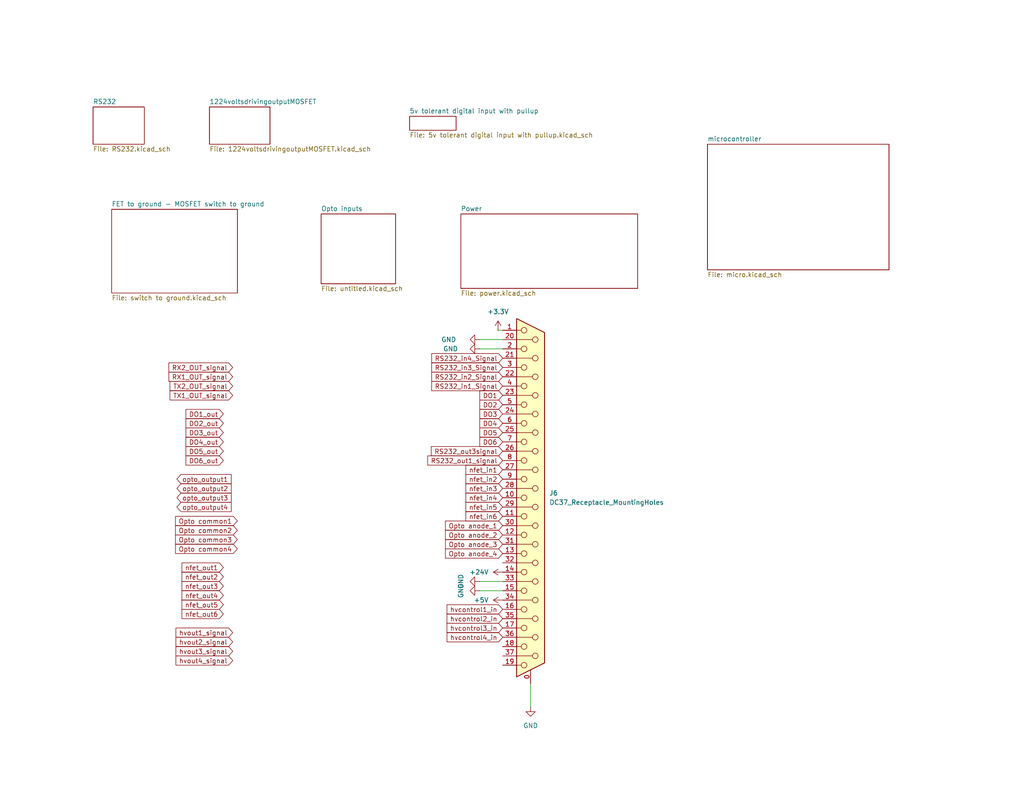
<source format=kicad_sch>
(kicad_sch
	(version 20231120)
	(generator "eeschema")
	(generator_version "8.0")
	(uuid "a8746ab6-0163-416c-99f9-0036ded73fc6")
	(paper "A")
	(lib_symbols
		(symbol "Connector:DC37_Receptacle_MountingHoles"
			(pin_names
				(offset 1.016) hide)
			(exclude_from_sim no)
			(in_bom yes)
			(on_board yes)
			(property "Reference" "J"
				(at 0 52.07 0)
				(effects
					(font
						(size 1.27 1.27)
					)
				)
			)
			(property "Value" "DC37_Receptacle_MountingHoles"
				(at 0 50.165 0)
				(effects
					(font
						(size 1.27 1.27)
					)
				)
			)
			(property "Footprint" ""
				(at 0 0 0)
				(effects
					(font
						(size 1.27 1.27)
					)
					(hide yes)
				)
			)
			(property "Datasheet" "~"
				(at 0 0 0)
				(effects
					(font
						(size 1.27 1.27)
					)
					(hide yes)
				)
			)
			(property "Description" "37-pin female receptacle socket D-SUB connector, Mounting Hole"
				(at 0 0 0)
				(effects
					(font
						(size 1.27 1.27)
					)
					(hide yes)
				)
			)
			(property "ki_keywords" "female receptacle D-SUB connector"
				(at 0 0 0)
				(effects
					(font
						(size 1.27 1.27)
					)
					(hide yes)
				)
			)
			(property "ki_fp_filters" "DSUB*Female*"
				(at 0 0 0)
				(effects
					(font
						(size 1.27 1.27)
					)
					(hide yes)
				)
			)
			(symbol "DC37_Receptacle_MountingHoles_0_1"
				(circle
					(center -1.778 -45.72)
					(radius 0.762)
					(stroke
						(width 0)
						(type default)
					)
					(fill
						(type none)
					)
				)
				(circle
					(center -1.778 -40.64)
					(radius 0.762)
					(stroke
						(width 0)
						(type default)
					)
					(fill
						(type none)
					)
				)
				(circle
					(center -1.778 -35.56)
					(radius 0.762)
					(stroke
						(width 0)
						(type default)
					)
					(fill
						(type none)
					)
				)
				(circle
					(center -1.778 -30.48)
					(radius 0.762)
					(stroke
						(width 0)
						(type default)
					)
					(fill
						(type none)
					)
				)
				(circle
					(center -1.778 -25.4)
					(radius 0.762)
					(stroke
						(width 0)
						(type default)
					)
					(fill
						(type none)
					)
				)
				(circle
					(center -1.778 -20.32)
					(radius 0.762)
					(stroke
						(width 0)
						(type default)
					)
					(fill
						(type none)
					)
				)
				(circle
					(center -1.778 -15.24)
					(radius 0.762)
					(stroke
						(width 0)
						(type default)
					)
					(fill
						(type none)
					)
				)
				(circle
					(center -1.778 -10.16)
					(radius 0.762)
					(stroke
						(width 0)
						(type default)
					)
					(fill
						(type none)
					)
				)
				(circle
					(center -1.778 -5.08)
					(radius 0.762)
					(stroke
						(width 0)
						(type default)
					)
					(fill
						(type none)
					)
				)
				(circle
					(center -1.778 0)
					(radius 0.762)
					(stroke
						(width 0)
						(type default)
					)
					(fill
						(type none)
					)
				)
				(circle
					(center -1.778 5.08)
					(radius 0.762)
					(stroke
						(width 0)
						(type default)
					)
					(fill
						(type none)
					)
				)
				(circle
					(center -1.778 10.16)
					(radius 0.762)
					(stroke
						(width 0)
						(type default)
					)
					(fill
						(type none)
					)
				)
				(circle
					(center -1.778 15.24)
					(radius 0.762)
					(stroke
						(width 0)
						(type default)
					)
					(fill
						(type none)
					)
				)
				(circle
					(center -1.778 20.32)
					(radius 0.762)
					(stroke
						(width 0)
						(type default)
					)
					(fill
						(type none)
					)
				)
				(circle
					(center -1.778 25.4)
					(radius 0.762)
					(stroke
						(width 0)
						(type default)
					)
					(fill
						(type none)
					)
				)
				(circle
					(center -1.778 30.48)
					(radius 0.762)
					(stroke
						(width 0)
						(type default)
					)
					(fill
						(type none)
					)
				)
				(circle
					(center -1.778 35.56)
					(radius 0.762)
					(stroke
						(width 0)
						(type default)
					)
					(fill
						(type none)
					)
				)
				(circle
					(center -1.778 40.64)
					(radius 0.762)
					(stroke
						(width 0)
						(type default)
					)
					(fill
						(type none)
					)
				)
				(circle
					(center -1.778 45.72)
					(radius 0.762)
					(stroke
						(width 0)
						(type default)
					)
					(fill
						(type none)
					)
				)
				(polyline
					(pts
						(xy -3.81 -45.72) (xy -2.54 -45.72)
					)
					(stroke
						(width 0)
						(type default)
					)
					(fill
						(type none)
					)
				)
				(polyline
					(pts
						(xy -3.81 -43.18) (xy 0.508 -43.18)
					)
					(stroke
						(width 0)
						(type default)
					)
					(fill
						(type none)
					)
				)
				(polyline
					(pts
						(xy -3.81 -40.64) (xy -2.54 -40.64)
					)
					(stroke
						(width 0)
						(type default)
					)
					(fill
						(type none)
					)
				)
				(polyline
					(pts
						(xy -3.81 -38.1) (xy 0.508 -38.1)
					)
					(stroke
						(width 0)
						(type default)
					)
					(fill
						(type none)
					)
				)
				(polyline
					(pts
						(xy -3.81 -35.56) (xy -2.54 -35.56)
					)
					(stroke
						(width 0)
						(type default)
					)
					(fill
						(type none)
					)
				)
				(polyline
					(pts
						(xy -3.81 -33.02) (xy 0.508 -33.02)
					)
					(stroke
						(width 0)
						(type default)
					)
					(fill
						(type none)
					)
				)
				(polyline
					(pts
						(xy -3.81 -30.48) (xy -2.54 -30.48)
					)
					(stroke
						(width 0)
						(type default)
					)
					(fill
						(type none)
					)
				)
				(polyline
					(pts
						(xy -3.81 -27.94) (xy 0.508 -27.94)
					)
					(stroke
						(width 0)
						(type default)
					)
					(fill
						(type none)
					)
				)
				(polyline
					(pts
						(xy -3.81 -25.4) (xy -2.54 -25.4)
					)
					(stroke
						(width 0)
						(type default)
					)
					(fill
						(type none)
					)
				)
				(polyline
					(pts
						(xy -3.81 -22.86) (xy 0.508 -22.86)
					)
					(stroke
						(width 0)
						(type default)
					)
					(fill
						(type none)
					)
				)
				(polyline
					(pts
						(xy -3.81 -20.32) (xy -2.54 -20.32)
					)
					(stroke
						(width 0)
						(type default)
					)
					(fill
						(type none)
					)
				)
				(polyline
					(pts
						(xy -3.81 -17.78) (xy 0.508 -17.78)
					)
					(stroke
						(width 0)
						(type default)
					)
					(fill
						(type none)
					)
				)
				(polyline
					(pts
						(xy -3.81 -15.24) (xy -2.54 -15.24)
					)
					(stroke
						(width 0)
						(type default)
					)
					(fill
						(type none)
					)
				)
				(polyline
					(pts
						(xy -3.81 -12.7) (xy 0.508 -12.7)
					)
					(stroke
						(width 0)
						(type default)
					)
					(fill
						(type none)
					)
				)
				(polyline
					(pts
						(xy -3.81 -10.16) (xy -2.54 -10.16)
					)
					(stroke
						(width 0)
						(type default)
					)
					(fill
						(type none)
					)
				)
				(polyline
					(pts
						(xy -3.81 -7.62) (xy 0.508 -7.62)
					)
					(stroke
						(width 0)
						(type default)
					)
					(fill
						(type none)
					)
				)
				(polyline
					(pts
						(xy -3.81 -5.08) (xy -2.54 -5.08)
					)
					(stroke
						(width 0)
						(type default)
					)
					(fill
						(type none)
					)
				)
				(polyline
					(pts
						(xy -3.81 -2.54) (xy 0.508 -2.54)
					)
					(stroke
						(width 0)
						(type default)
					)
					(fill
						(type none)
					)
				)
				(polyline
					(pts
						(xy -3.81 0) (xy -2.54 0)
					)
					(stroke
						(width 0)
						(type default)
					)
					(fill
						(type none)
					)
				)
				(polyline
					(pts
						(xy -3.81 2.54) (xy 0.508 2.54)
					)
					(stroke
						(width 0)
						(type default)
					)
					(fill
						(type none)
					)
				)
				(polyline
					(pts
						(xy -3.81 5.08) (xy -2.54 5.08)
					)
					(stroke
						(width 0)
						(type default)
					)
					(fill
						(type none)
					)
				)
				(polyline
					(pts
						(xy -3.81 7.62) (xy 0.508 7.62)
					)
					(stroke
						(width 0)
						(type default)
					)
					(fill
						(type none)
					)
				)
				(polyline
					(pts
						(xy -3.81 10.16) (xy -2.54 10.16)
					)
					(stroke
						(width 0)
						(type default)
					)
					(fill
						(type none)
					)
				)
				(polyline
					(pts
						(xy -3.81 12.7) (xy 0.508 12.7)
					)
					(stroke
						(width 0)
						(type default)
					)
					(fill
						(type none)
					)
				)
				(polyline
					(pts
						(xy -3.81 15.24) (xy -2.54 15.24)
					)
					(stroke
						(width 0)
						(type default)
					)
					(fill
						(type none)
					)
				)
				(polyline
					(pts
						(xy -3.81 17.78) (xy 0.508 17.78)
					)
					(stroke
						(width 0)
						(type default)
					)
					(fill
						(type none)
					)
				)
				(polyline
					(pts
						(xy -3.81 20.32) (xy -2.54 20.32)
					)
					(stroke
						(width 0)
						(type default)
					)
					(fill
						(type none)
					)
				)
				(polyline
					(pts
						(xy -3.81 22.86) (xy 0.508 22.86)
					)
					(stroke
						(width 0)
						(type default)
					)
					(fill
						(type none)
					)
				)
				(polyline
					(pts
						(xy -3.81 25.4) (xy -2.54 25.4)
					)
					(stroke
						(width 0)
						(type default)
					)
					(fill
						(type none)
					)
				)
				(polyline
					(pts
						(xy -3.81 27.94) (xy 0.508 27.94)
					)
					(stroke
						(width 0)
						(type default)
					)
					(fill
						(type none)
					)
				)
				(polyline
					(pts
						(xy -3.81 30.48) (xy -2.54 30.48)
					)
					(stroke
						(width 0)
						(type default)
					)
					(fill
						(type none)
					)
				)
				(polyline
					(pts
						(xy -3.81 33.02) (xy 0.508 33.02)
					)
					(stroke
						(width 0)
						(type default)
					)
					(fill
						(type none)
					)
				)
				(polyline
					(pts
						(xy -3.81 35.56) (xy -2.54 35.56)
					)
					(stroke
						(width 0)
						(type default)
					)
					(fill
						(type none)
					)
				)
				(polyline
					(pts
						(xy -3.81 38.1) (xy 0.508 38.1)
					)
					(stroke
						(width 0)
						(type default)
					)
					(fill
						(type none)
					)
				)
				(polyline
					(pts
						(xy -3.81 40.64) (xy -2.54 40.64)
					)
					(stroke
						(width 0)
						(type default)
					)
					(fill
						(type none)
					)
				)
				(polyline
					(pts
						(xy -3.81 43.18) (xy 0.508 43.18)
					)
					(stroke
						(width 0)
						(type default)
					)
					(fill
						(type none)
					)
				)
				(polyline
					(pts
						(xy -3.81 45.72) (xy -2.54 45.72)
					)
					(stroke
						(width 0)
						(type default)
					)
					(fill
						(type none)
					)
				)
				(polyline
					(pts
						(xy -3.81 -48.895) (xy 3.81 -45.085) (xy 3.81 45.085) (xy -3.81 48.895) (xy -3.81 -48.895)
					)
					(stroke
						(width 0.254)
						(type default)
					)
					(fill
						(type background)
					)
				)
				(circle
					(center 1.27 -43.18)
					(radius 0.762)
					(stroke
						(width 0)
						(type default)
					)
					(fill
						(type none)
					)
				)
				(circle
					(center 1.27 -38.1)
					(radius 0.762)
					(stroke
						(width 0)
						(type default)
					)
					(fill
						(type none)
					)
				)
				(circle
					(center 1.27 -33.02)
					(radius 0.762)
					(stroke
						(width 0)
						(type default)
					)
					(fill
						(type none)
					)
				)
				(circle
					(center 1.27 -27.94)
					(radius 0.762)
					(stroke
						(width 0)
						(type default)
					)
					(fill
						(type none)
					)
				)
				(circle
					(center 1.27 -22.86)
					(radius 0.762)
					(stroke
						(width 0)
						(type default)
					)
					(fill
						(type none)
					)
				)
				(circle
					(center 1.27 -17.78)
					(radius 0.762)
					(stroke
						(width 0)
						(type default)
					)
					(fill
						(type none)
					)
				)
				(circle
					(center 1.27 -12.7)
					(radius 0.762)
					(stroke
						(width 0)
						(type default)
					)
					(fill
						(type none)
					)
				)
				(circle
					(center 1.27 -7.62)
					(radius 0.762)
					(stroke
						(width 0)
						(type default)
					)
					(fill
						(type none)
					)
				)
				(circle
					(center 1.27 -2.54)
					(radius 0.762)
					(stroke
						(width 0)
						(type default)
					)
					(fill
						(type none)
					)
				)
				(circle
					(center 1.27 2.54)
					(radius 0.762)
					(stroke
						(width 0)
						(type default)
					)
					(fill
						(type none)
					)
				)
				(circle
					(center 1.27 7.62)
					(radius 0.762)
					(stroke
						(width 0)
						(type default)
					)
					(fill
						(type none)
					)
				)
				(circle
					(center 1.27 12.7)
					(radius 0.762)
					(stroke
						(width 0)
						(type default)
					)
					(fill
						(type none)
					)
				)
				(circle
					(center 1.27 17.78)
					(radius 0.762)
					(stroke
						(width 0)
						(type default)
					)
					(fill
						(type none)
					)
				)
				(circle
					(center 1.27 22.86)
					(radius 0.762)
					(stroke
						(width 0)
						(type default)
					)
					(fill
						(type none)
					)
				)
				(circle
					(center 1.27 27.94)
					(radius 0.762)
					(stroke
						(width 0)
						(type default)
					)
					(fill
						(type none)
					)
				)
				(circle
					(center 1.27 33.02)
					(radius 0.762)
					(stroke
						(width 0)
						(type default)
					)
					(fill
						(type none)
					)
				)
				(circle
					(center 1.27 38.1)
					(radius 0.762)
					(stroke
						(width 0)
						(type default)
					)
					(fill
						(type none)
					)
				)
				(circle
					(center 1.27 43.18)
					(radius 0.762)
					(stroke
						(width 0)
						(type default)
					)
					(fill
						(type none)
					)
				)
			)
			(symbol "DC37_Receptacle_MountingHoles_1_1"
				(pin passive line
					(at 0 -50.8 90)
					(length 3.81)
					(name "PAD"
						(effects
							(font
								(size 1.27 1.27)
							)
						)
					)
					(number "0"
						(effects
							(font
								(size 1.27 1.27)
							)
						)
					)
				)
				(pin passive line
					(at -7.62 45.72 0)
					(length 3.81)
					(name "1"
						(effects
							(font
								(size 1.27 1.27)
							)
						)
					)
					(number "1"
						(effects
							(font
								(size 1.27 1.27)
							)
						)
					)
				)
				(pin passive line
					(at -7.62 0 0)
					(length 3.81)
					(name "10"
						(effects
							(font
								(size 1.27 1.27)
							)
						)
					)
					(number "10"
						(effects
							(font
								(size 1.27 1.27)
							)
						)
					)
				)
				(pin passive line
					(at -7.62 -5.08 0)
					(length 3.81)
					(name "11"
						(effects
							(font
								(size 1.27 1.27)
							)
						)
					)
					(number "11"
						(effects
							(font
								(size 1.27 1.27)
							)
						)
					)
				)
				(pin passive line
					(at -7.62 -10.16 0)
					(length 3.81)
					(name "12"
						(effects
							(font
								(size 1.27 1.27)
							)
						)
					)
					(number "12"
						(effects
							(font
								(size 1.27 1.27)
							)
						)
					)
				)
				(pin passive line
					(at -7.62 -15.24 0)
					(length 3.81)
					(name "13"
						(effects
							(font
								(size 1.27 1.27)
							)
						)
					)
					(number "13"
						(effects
							(font
								(size 1.27 1.27)
							)
						)
					)
				)
				(pin passive line
					(at -7.62 -20.32 0)
					(length 3.81)
					(name "14"
						(effects
							(font
								(size 1.27 1.27)
							)
						)
					)
					(number "14"
						(effects
							(font
								(size 1.27 1.27)
							)
						)
					)
				)
				(pin passive line
					(at -7.62 -25.4 0)
					(length 3.81)
					(name "15"
						(effects
							(font
								(size 1.27 1.27)
							)
						)
					)
					(number "15"
						(effects
							(font
								(size 1.27 1.27)
							)
						)
					)
				)
				(pin passive line
					(at -7.62 -30.48 0)
					(length 3.81)
					(name "16"
						(effects
							(font
								(size 1.27 1.27)
							)
						)
					)
					(number "16"
						(effects
							(font
								(size 1.27 1.27)
							)
						)
					)
				)
				(pin passive line
					(at -7.62 -35.56 0)
					(length 3.81)
					(name "17"
						(effects
							(font
								(size 1.27 1.27)
							)
						)
					)
					(number "17"
						(effects
							(font
								(size 1.27 1.27)
							)
						)
					)
				)
				(pin passive line
					(at -7.62 -40.64 0)
					(length 3.81)
					(name "18"
						(effects
							(font
								(size 1.27 1.27)
							)
						)
					)
					(number "18"
						(effects
							(font
								(size 1.27 1.27)
							)
						)
					)
				)
				(pin passive line
					(at -7.62 -45.72 0)
					(length 3.81)
					(name "19"
						(effects
							(font
								(size 1.27 1.27)
							)
						)
					)
					(number "19"
						(effects
							(font
								(size 1.27 1.27)
							)
						)
					)
				)
				(pin passive line
					(at -7.62 40.64 0)
					(length 3.81)
					(name "2"
						(effects
							(font
								(size 1.27 1.27)
							)
						)
					)
					(number "2"
						(effects
							(font
								(size 1.27 1.27)
							)
						)
					)
				)
				(pin passive line
					(at -7.62 43.18 0)
					(length 3.81)
					(name "20"
						(effects
							(font
								(size 1.27 1.27)
							)
						)
					)
					(number "20"
						(effects
							(font
								(size 1.27 1.27)
							)
						)
					)
				)
				(pin passive line
					(at -7.62 38.1 0)
					(length 3.81)
					(name "21"
						(effects
							(font
								(size 1.27 1.27)
							)
						)
					)
					(number "21"
						(effects
							(font
								(size 1.27 1.27)
							)
						)
					)
				)
				(pin passive line
					(at -7.62 33.02 0)
					(length 3.81)
					(name "22"
						(effects
							(font
								(size 1.27 1.27)
							)
						)
					)
					(number "22"
						(effects
							(font
								(size 1.27 1.27)
							)
						)
					)
				)
				(pin passive line
					(at -7.62 27.94 0)
					(length 3.81)
					(name "23"
						(effects
							(font
								(size 1.27 1.27)
							)
						)
					)
					(number "23"
						(effects
							(font
								(size 1.27 1.27)
							)
						)
					)
				)
				(pin passive line
					(at -7.62 22.86 0)
					(length 3.81)
					(name "24"
						(effects
							(font
								(size 1.27 1.27)
							)
						)
					)
					(number "24"
						(effects
							(font
								(size 1.27 1.27)
							)
						)
					)
				)
				(pin passive line
					(at -7.62 17.78 0)
					(length 3.81)
					(name "25"
						(effects
							(font
								(size 1.27 1.27)
							)
						)
					)
					(number "25"
						(effects
							(font
								(size 1.27 1.27)
							)
						)
					)
				)
				(pin passive line
					(at -7.62 12.7 0)
					(length 3.81)
					(name "26"
						(effects
							(font
								(size 1.27 1.27)
							)
						)
					)
					(number "26"
						(effects
							(font
								(size 1.27 1.27)
							)
						)
					)
				)
				(pin passive line
					(at -7.62 7.62 0)
					(length 3.81)
					(name "27"
						(effects
							(font
								(size 1.27 1.27)
							)
						)
					)
					(number "27"
						(effects
							(font
								(size 1.27 1.27)
							)
						)
					)
				)
				(pin passive line
					(at -7.62 2.54 0)
					(length 3.81)
					(name "28"
						(effects
							(font
								(size 1.27 1.27)
							)
						)
					)
					(number "28"
						(effects
							(font
								(size 1.27 1.27)
							)
						)
					)
				)
				(pin passive line
					(at -7.62 -2.54 0)
					(length 3.81)
					(name "29"
						(effects
							(font
								(size 1.27 1.27)
							)
						)
					)
					(number "29"
						(effects
							(font
								(size 1.27 1.27)
							)
						)
					)
				)
				(pin passive line
					(at -7.62 35.56 0)
					(length 3.81)
					(name "3"
						(effects
							(font
								(size 1.27 1.27)
							)
						)
					)
					(number "3"
						(effects
							(font
								(size 1.27 1.27)
							)
						)
					)
				)
				(pin passive line
					(at -7.62 -7.62 0)
					(length 3.81)
					(name "30"
						(effects
							(font
								(size 1.27 1.27)
							)
						)
					)
					(number "30"
						(effects
							(font
								(size 1.27 1.27)
							)
						)
					)
				)
				(pin passive line
					(at -7.62 -12.7 0)
					(length 3.81)
					(name "31"
						(effects
							(font
								(size 1.27 1.27)
							)
						)
					)
					(number "31"
						(effects
							(font
								(size 1.27 1.27)
							)
						)
					)
				)
				(pin passive line
					(at -7.62 -17.78 0)
					(length 3.81)
					(name "32"
						(effects
							(font
								(size 1.27 1.27)
							)
						)
					)
					(number "32"
						(effects
							(font
								(size 1.27 1.27)
							)
						)
					)
				)
				(pin passive line
					(at -7.62 -22.86 0)
					(length 3.81)
					(name "33"
						(effects
							(font
								(size 1.27 1.27)
							)
						)
					)
					(number "33"
						(effects
							(font
								(size 1.27 1.27)
							)
						)
					)
				)
				(pin passive line
					(at -7.62 -27.94 0)
					(length 3.81)
					(name "34"
						(effects
							(font
								(size 1.27 1.27)
							)
						)
					)
					(number "34"
						(effects
							(font
								(size 1.27 1.27)
							)
						)
					)
				)
				(pin passive line
					(at -7.62 -33.02 0)
					(length 3.81)
					(name "35"
						(effects
							(font
								(size 1.27 1.27)
							)
						)
					)
					(number "35"
						(effects
							(font
								(size 1.27 1.27)
							)
						)
					)
				)
				(pin passive line
					(at -7.62 -38.1 0)
					(length 3.81)
					(name "36"
						(effects
							(font
								(size 1.27 1.27)
							)
						)
					)
					(number "36"
						(effects
							(font
								(size 1.27 1.27)
							)
						)
					)
				)
				(pin passive line
					(at -7.62 -43.18 0)
					(length 3.81)
					(name "37"
						(effects
							(font
								(size 1.27 1.27)
							)
						)
					)
					(number "37"
						(effects
							(font
								(size 1.27 1.27)
							)
						)
					)
				)
				(pin passive line
					(at -7.62 30.48 0)
					(length 3.81)
					(name "4"
						(effects
							(font
								(size 1.27 1.27)
							)
						)
					)
					(number "4"
						(effects
							(font
								(size 1.27 1.27)
							)
						)
					)
				)
				(pin passive line
					(at -7.62 25.4 0)
					(length 3.81)
					(name "5"
						(effects
							(font
								(size 1.27 1.27)
							)
						)
					)
					(number "5"
						(effects
							(font
								(size 1.27 1.27)
							)
						)
					)
				)
				(pin passive line
					(at -7.62 20.32 0)
					(length 3.81)
					(name "6"
						(effects
							(font
								(size 1.27 1.27)
							)
						)
					)
					(number "6"
						(effects
							(font
								(size 1.27 1.27)
							)
						)
					)
				)
				(pin passive line
					(at -7.62 15.24 0)
					(length 3.81)
					(name "7"
						(effects
							(font
								(size 1.27 1.27)
							)
						)
					)
					(number "7"
						(effects
							(font
								(size 1.27 1.27)
							)
						)
					)
				)
				(pin passive line
					(at -7.62 10.16 0)
					(length 3.81)
					(name "8"
						(effects
							(font
								(size 1.27 1.27)
							)
						)
					)
					(number "8"
						(effects
							(font
								(size 1.27 1.27)
							)
						)
					)
				)
				(pin passive line
					(at -7.62 5.08 0)
					(length 3.81)
					(name "9"
						(effects
							(font
								(size 1.27 1.27)
							)
						)
					)
					(number "9"
						(effects
							(font
								(size 1.27 1.27)
							)
						)
					)
				)
			)
		)
		(symbol "power:+24V"
			(power)
			(pin_numbers hide)
			(pin_names
				(offset 0) hide)
			(exclude_from_sim no)
			(in_bom yes)
			(on_board yes)
			(property "Reference" "#PWR"
				(at 0 -3.81 0)
				(effects
					(font
						(size 1.27 1.27)
					)
					(hide yes)
				)
			)
			(property "Value" "+24V"
				(at 0 3.556 0)
				(effects
					(font
						(size 1.27 1.27)
					)
				)
			)
			(property "Footprint" ""
				(at 0 0 0)
				(effects
					(font
						(size 1.27 1.27)
					)
					(hide yes)
				)
			)
			(property "Datasheet" ""
				(at 0 0 0)
				(effects
					(font
						(size 1.27 1.27)
					)
					(hide yes)
				)
			)
			(property "Description" "Power symbol creates a global label with name \"+24V\""
				(at 0 0 0)
				(effects
					(font
						(size 1.27 1.27)
					)
					(hide yes)
				)
			)
			(property "ki_keywords" "global power"
				(at 0 0 0)
				(effects
					(font
						(size 1.27 1.27)
					)
					(hide yes)
				)
			)
			(symbol "+24V_0_1"
				(polyline
					(pts
						(xy -0.762 1.27) (xy 0 2.54)
					)
					(stroke
						(width 0)
						(type default)
					)
					(fill
						(type none)
					)
				)
				(polyline
					(pts
						(xy 0 0) (xy 0 2.54)
					)
					(stroke
						(width 0)
						(type default)
					)
					(fill
						(type none)
					)
				)
				(polyline
					(pts
						(xy 0 2.54) (xy 0.762 1.27)
					)
					(stroke
						(width 0)
						(type default)
					)
					(fill
						(type none)
					)
				)
			)
			(symbol "+24V_1_1"
				(pin power_in line
					(at 0 0 90)
					(length 0)
					(name "~"
						(effects
							(font
								(size 1.27 1.27)
							)
						)
					)
					(number "1"
						(effects
							(font
								(size 1.27 1.27)
							)
						)
					)
				)
			)
		)
		(symbol "power:+3.3V"
			(power)
			(pin_numbers hide)
			(pin_names
				(offset 0) hide)
			(exclude_from_sim no)
			(in_bom yes)
			(on_board yes)
			(property "Reference" "#PWR"
				(at 0 -3.81 0)
				(effects
					(font
						(size 1.27 1.27)
					)
					(hide yes)
				)
			)
			(property "Value" "+3.3V"
				(at 0 3.556 0)
				(effects
					(font
						(size 1.27 1.27)
					)
				)
			)
			(property "Footprint" ""
				(at 0 0 0)
				(effects
					(font
						(size 1.27 1.27)
					)
					(hide yes)
				)
			)
			(property "Datasheet" ""
				(at 0 0 0)
				(effects
					(font
						(size 1.27 1.27)
					)
					(hide yes)
				)
			)
			(property "Description" "Power symbol creates a global label with name \"+3.3V\""
				(at 0 0 0)
				(effects
					(font
						(size 1.27 1.27)
					)
					(hide yes)
				)
			)
			(property "ki_keywords" "global power"
				(at 0 0 0)
				(effects
					(font
						(size 1.27 1.27)
					)
					(hide yes)
				)
			)
			(symbol "+3.3V_0_1"
				(polyline
					(pts
						(xy -0.762 1.27) (xy 0 2.54)
					)
					(stroke
						(width 0)
						(type default)
					)
					(fill
						(type none)
					)
				)
				(polyline
					(pts
						(xy 0 0) (xy 0 2.54)
					)
					(stroke
						(width 0)
						(type default)
					)
					(fill
						(type none)
					)
				)
				(polyline
					(pts
						(xy 0 2.54) (xy 0.762 1.27)
					)
					(stroke
						(width 0)
						(type default)
					)
					(fill
						(type none)
					)
				)
			)
			(symbol "+3.3V_1_1"
				(pin power_in line
					(at 0 0 90)
					(length 0)
					(name "~"
						(effects
							(font
								(size 1.27 1.27)
							)
						)
					)
					(number "1"
						(effects
							(font
								(size 1.27 1.27)
							)
						)
					)
				)
			)
		)
		(symbol "power:+5V"
			(power)
			(pin_numbers hide)
			(pin_names
				(offset 0) hide)
			(exclude_from_sim no)
			(in_bom yes)
			(on_board yes)
			(property "Reference" "#PWR"
				(at 0 -3.81 0)
				(effects
					(font
						(size 1.27 1.27)
					)
					(hide yes)
				)
			)
			(property "Value" "+5V"
				(at 0 3.556 0)
				(effects
					(font
						(size 1.27 1.27)
					)
				)
			)
			(property "Footprint" ""
				(at 0 0 0)
				(effects
					(font
						(size 1.27 1.27)
					)
					(hide yes)
				)
			)
			(property "Datasheet" ""
				(at 0 0 0)
				(effects
					(font
						(size 1.27 1.27)
					)
					(hide yes)
				)
			)
			(property "Description" "Power symbol creates a global label with name \"+5V\""
				(at 0 0 0)
				(effects
					(font
						(size 1.27 1.27)
					)
					(hide yes)
				)
			)
			(property "ki_keywords" "global power"
				(at 0 0 0)
				(effects
					(font
						(size 1.27 1.27)
					)
					(hide yes)
				)
			)
			(symbol "+5V_0_1"
				(polyline
					(pts
						(xy -0.762 1.27) (xy 0 2.54)
					)
					(stroke
						(width 0)
						(type default)
					)
					(fill
						(type none)
					)
				)
				(polyline
					(pts
						(xy 0 0) (xy 0 2.54)
					)
					(stroke
						(width 0)
						(type default)
					)
					(fill
						(type none)
					)
				)
				(polyline
					(pts
						(xy 0 2.54) (xy 0.762 1.27)
					)
					(stroke
						(width 0)
						(type default)
					)
					(fill
						(type none)
					)
				)
			)
			(symbol "+5V_1_1"
				(pin power_in line
					(at 0 0 90)
					(length 0)
					(name "~"
						(effects
							(font
								(size 1.27 1.27)
							)
						)
					)
					(number "1"
						(effects
							(font
								(size 1.27 1.27)
							)
						)
					)
				)
			)
		)
		(symbol "power:GND"
			(power)
			(pin_numbers hide)
			(pin_names
				(offset 0) hide)
			(exclude_from_sim no)
			(in_bom yes)
			(on_board yes)
			(property "Reference" "#PWR"
				(at 0 -6.35 0)
				(effects
					(font
						(size 1.27 1.27)
					)
					(hide yes)
				)
			)
			(property "Value" "GND"
				(at 0 -3.81 0)
				(effects
					(font
						(size 1.27 1.27)
					)
				)
			)
			(property "Footprint" ""
				(at 0 0 0)
				(effects
					(font
						(size 1.27 1.27)
					)
					(hide yes)
				)
			)
			(property "Datasheet" ""
				(at 0 0 0)
				(effects
					(font
						(size 1.27 1.27)
					)
					(hide yes)
				)
			)
			(property "Description" "Power symbol creates a global label with name \"GND\" , ground"
				(at 0 0 0)
				(effects
					(font
						(size 1.27 1.27)
					)
					(hide yes)
				)
			)
			(property "ki_keywords" "global power"
				(at 0 0 0)
				(effects
					(font
						(size 1.27 1.27)
					)
					(hide yes)
				)
			)
			(symbol "GND_0_1"
				(polyline
					(pts
						(xy 0 0) (xy 0 -1.27) (xy 1.27 -1.27) (xy 0 -2.54) (xy -1.27 -1.27) (xy 0 -1.27)
					)
					(stroke
						(width 0)
						(type default)
					)
					(fill
						(type none)
					)
				)
			)
			(symbol "GND_1_1"
				(pin power_in line
					(at 0 0 270)
					(length 0)
					(name "~"
						(effects
							(font
								(size 1.27 1.27)
							)
						)
					)
					(number "1"
						(effects
							(font
								(size 1.27 1.27)
							)
						)
					)
				)
			)
		)
	)
	(wire
		(pts
			(xy 137.16 92.71) (xy 130.81 92.71)
		)
		(stroke
			(width 0)
			(type default)
		)
		(uuid "1f85df64-f70a-4245-8d8b-65657e7df403")
	)
	(wire
		(pts
			(xy 137.16 161.29) (xy 130.81 161.29)
		)
		(stroke
			(width 0)
			(type default)
		)
		(uuid "5863e6a0-a95f-4a7e-87a4-b4d2b02762f0")
	)
	(wire
		(pts
			(xy 137.16 158.75) (xy 130.81 158.75)
		)
		(stroke
			(width 0)
			(type default)
		)
		(uuid "8183c4fc-908c-4f78-b3aa-d7a810a3c3a5")
	)
	(wire
		(pts
			(xy 135.89 90.17) (xy 137.16 90.17)
		)
		(stroke
			(width 0)
			(type default)
		)
		(uuid "c12ba287-6a74-4e99-9c9c-4eb9cc75d1dd")
	)
	(wire
		(pts
			(xy 144.78 186.69) (xy 144.78 193.04)
		)
		(stroke
			(width 0)
			(type default)
		)
		(uuid "d515402a-db1f-4c6a-8b83-e1f5166d7cfa")
	)
	(wire
		(pts
			(xy 137.16 95.25) (xy 130.81 95.25)
		)
		(stroke
			(width 0)
			(type default)
		)
		(uuid "eb73114a-23e1-433a-a4f2-1d7d5f59a59d")
	)
	(global_label "Opto common3"
		(shape input)
		(at 64.77 147.32 180)
		(fields_autoplaced yes)
		(effects
			(font
				(size 1.27 1.27)
			)
			(justify right)
		)
		(uuid "08ce5179-33ec-4c95-8c4f-054f19c55de3")
		(property "Intersheetrefs" "${INTERSHEET_REFS}"
			(at 47.3313 147.32 0)
			(effects
				(font
					(size 1.27 1.27)
				)
				(justify right)
				(hide yes)
			)
		)
	)
	(global_label "nfet_in5"
		(shape input)
		(at 137.16 138.43 180)
		(fields_autoplaced yes)
		(effects
			(font
				(size 1.27 1.27)
			)
			(justify right)
		)
		(uuid "10fcbdba-666a-4d15-8022-a13e7da01f2f")
		(property "Intersheetrefs" "${INTERSHEET_REFS}"
			(at 126.5549 138.43 0)
			(effects
				(font
					(size 1.27 1.27)
				)
				(justify right)
				(hide yes)
			)
		)
	)
	(global_label "RS232_in3_Signal"
		(shape input)
		(at 137.16 100.33 180)
		(fields_autoplaced yes)
		(effects
			(font
				(size 1.27 1.27)
			)
			(justify right)
		)
		(uuid "15fefe1f-e8bb-49c4-a610-fa74260dfd6e")
		(property "Intersheetrefs" "${INTERSHEET_REFS}"
			(at 117.2418 100.33 0)
			(effects
				(font
					(size 1.27 1.27)
				)
				(justify right)
				(hide yes)
			)
		)
	)
	(global_label "RS232_in1_Signal"
		(shape input)
		(at 137.16 105.41 180)
		(fields_autoplaced yes)
		(effects
			(font
				(size 1.27 1.27)
			)
			(justify right)
		)
		(uuid "1d3a1cf8-00c9-4ef5-bff3-2d59957cc590")
		(property "Intersheetrefs" "${INTERSHEET_REFS}"
			(at 117.2418 105.41 0)
			(effects
				(font
					(size 1.27 1.27)
				)
				(justify right)
				(hide yes)
			)
		)
	)
	(global_label "opto_output4"
		(shape input)
		(at 48.26 138.43 0)
		(fields_autoplaced yes)
		(effects
			(font
				(size 1.27 1.27)
			)
			(justify left)
		)
		(uuid "21d610db-27cb-4149-918d-57086d9af0cb")
		(property "Intersheetrefs" "${INTERSHEET_REFS}"
			(at 63.6424 138.43 0)
			(effects
				(font
					(size 1.27 1.27)
				)
				(justify left)
				(hide yes)
			)
		)
	)
	(global_label "DO5"
		(shape input)
		(at 137.16 118.11 180)
		(fields_autoplaced yes)
		(effects
			(font
				(size 1.27 1.27)
			)
			(justify right)
		)
		(uuid "221811c8-f6e1-4111-a580-43082057b813")
		(property "Intersheetrefs" "${INTERSHEET_REFS}"
			(at 130.3648 118.11 0)
			(effects
				(font
					(size 1.27 1.27)
				)
				(justify right)
				(hide yes)
			)
		)
	)
	(global_label "hvout3_signal"
		(shape input)
		(at 63.5 177.8 180)
		(fields_autoplaced yes)
		(effects
			(font
				(size 1.27 1.27)
			)
			(justify right)
		)
		(uuid "235d0c7e-652d-4c6a-bd95-8d6515897485")
		(property "Intersheetrefs" "${INTERSHEET_REFS}"
			(at 47.4523 177.8 0)
			(effects
				(font
					(size 1.27 1.27)
				)
				(justify right)
				(hide yes)
			)
		)
	)
	(global_label "opto_output2"
		(shape input)
		(at 48.26 133.35 0)
		(fields_autoplaced yes)
		(effects
			(font
				(size 1.27 1.27)
			)
			(justify left)
		)
		(uuid "26d92c75-a38d-4899-ac82-8b45196030fa")
		(property "Intersheetrefs" "${INTERSHEET_REFS}"
			(at 63.6424 133.35 0)
			(effects
				(font
					(size 1.27 1.27)
				)
				(justify left)
				(hide yes)
			)
		)
	)
	(global_label "nfet_out6"
		(shape input)
		(at 60.96 167.64 180)
		(fields_autoplaced yes)
		(effects
			(font
				(size 1.27 1.27)
			)
			(justify right)
		)
		(uuid "2a8b845f-7aed-486e-80de-52eabc4caa4b")
		(property "Intersheetrefs" "${INTERSHEET_REFS}"
			(at 49.085 167.64 0)
			(effects
				(font
					(size 1.27 1.27)
				)
				(justify right)
				(hide yes)
			)
		)
	)
	(global_label "nfet_in6"
		(shape input)
		(at 137.16 140.97 180)
		(fields_autoplaced yes)
		(effects
			(font
				(size 1.27 1.27)
			)
			(justify right)
		)
		(uuid "2d1ee401-1695-4c75-b50f-86337c2b12ea")
		(property "Intersheetrefs" "${INTERSHEET_REFS}"
			(at 126.5549 140.97 0)
			(effects
				(font
					(size 1.27 1.27)
				)
				(justify right)
				(hide yes)
			)
		)
	)
	(global_label "RS232_out3signal"
		(shape input)
		(at 137.16 123.19 180)
		(fields_autoplaced yes)
		(effects
			(font
				(size 1.27 1.27)
			)
			(justify right)
		)
		(uuid "339084de-016e-48a8-8440-a9e90368ed3a")
		(property "Intersheetrefs" "${INTERSHEET_REFS}"
			(at 117.1209 123.19 0)
			(effects
				(font
					(size 1.27 1.27)
				)
				(justify right)
				(hide yes)
			)
		)
	)
	(global_label "DO6"
		(shape input)
		(at 137.16 120.65 180)
		(fields_autoplaced yes)
		(effects
			(font
				(size 1.27 1.27)
			)
			(justify right)
		)
		(uuid "42b276b0-e4e9-47b7-a702-6529e721e244")
		(property "Intersheetrefs" "${INTERSHEET_REFS}"
			(at 130.3648 120.65 0)
			(effects
				(font
					(size 1.27 1.27)
				)
				(justify right)
				(hide yes)
			)
		)
	)
	(global_label "Opto anode_4"
		(shape input)
		(at 137.16 151.13 180)
		(fields_autoplaced yes)
		(effects
			(font
				(size 1.27 1.27)
			)
			(justify right)
		)
		(uuid "42dc9bc2-9106-4750-90ab-107917e82342")
		(property "Intersheetrefs" "${INTERSHEET_REFS}"
			(at 120.9913 151.13 0)
			(effects
				(font
					(size 1.27 1.27)
				)
				(justify right)
				(hide yes)
			)
		)
	)
	(global_label "DO1_out"
		(shape input)
		(at 60.96 113.03 180)
		(fields_autoplaced yes)
		(effects
			(font
				(size 1.27 1.27)
			)
			(justify right)
		)
		(uuid "43d99567-c6ca-41b0-a489-a974910794d2")
		(property "Intersheetrefs" "${INTERSHEET_REFS}"
			(at 50.1735 113.03 0)
			(effects
				(font
					(size 1.27 1.27)
				)
				(justify right)
				(hide yes)
			)
		)
	)
	(global_label "TX1_OUT_signal"
		(shape input)
		(at 63.5 107.95 180)
		(fields_autoplaced yes)
		(effects
			(font
				(size 1.27 1.27)
			)
			(justify right)
		)
		(uuid "47791d94-21e8-45b6-91e5-51cd9873135f")
		(property "Intersheetrefs" "${INTERSHEET_REFS}"
			(at 45.8193 107.95 0)
			(effects
				(font
					(size 1.27 1.27)
				)
				(justify right)
				(hide yes)
			)
		)
	)
	(global_label "Opto common4"
		(shape input)
		(at 64.77 149.86 180)
		(fields_autoplaced yes)
		(effects
			(font
				(size 1.27 1.27)
			)
			(justify right)
		)
		(uuid "4ca85619-9fd1-4ade-b5ed-848ed8e6ea54")
		(property "Intersheetrefs" "${INTERSHEET_REFS}"
			(at 47.3313 149.86 0)
			(effects
				(font
					(size 1.27 1.27)
				)
				(justify right)
				(hide yes)
			)
		)
	)
	(global_label "hvout4_signal"
		(shape input)
		(at 63.5 180.34 180)
		(fields_autoplaced yes)
		(effects
			(font
				(size 1.27 1.27)
			)
			(justify right)
		)
		(uuid "4db34caa-8bc5-4104-9128-4216dce88a10")
		(property "Intersheetrefs" "${INTERSHEET_REFS}"
			(at 47.4523 180.34 0)
			(effects
				(font
					(size 1.27 1.27)
				)
				(justify right)
				(hide yes)
			)
		)
	)
	(global_label "Opto common1"
		(shape input)
		(at 64.77 142.24 180)
		(fields_autoplaced yes)
		(effects
			(font
				(size 1.27 1.27)
			)
			(justify right)
		)
		(uuid "4f31864d-a290-46f4-beba-a977258d12e0")
		(property "Intersheetrefs" "${INTERSHEET_REFS}"
			(at 47.3313 142.24 0)
			(effects
				(font
					(size 1.27 1.27)
				)
				(justify right)
				(hide yes)
			)
		)
	)
	(global_label "nfet_out1"
		(shape input)
		(at 60.96 154.94 180)
		(fields_autoplaced yes)
		(effects
			(font
				(size 1.27 1.27)
			)
			(justify right)
		)
		(uuid "53abd776-d85b-40b6-a69f-0bfe06847965")
		(property "Intersheetrefs" "${INTERSHEET_REFS}"
			(at 49.085 154.94 0)
			(effects
				(font
					(size 1.27 1.27)
				)
				(justify right)
				(hide yes)
			)
		)
	)
	(global_label "Opto anode_1"
		(shape input)
		(at 137.16 143.51 180)
		(fields_autoplaced yes)
		(effects
			(font
				(size 1.27 1.27)
			)
			(justify right)
		)
		(uuid "54bebbd0-3c62-41e3-8d90-1643e0f7abc1")
		(property "Intersheetrefs" "${INTERSHEET_REFS}"
			(at 120.9913 143.51 0)
			(effects
				(font
					(size 1.27 1.27)
				)
				(justify right)
				(hide yes)
			)
		)
	)
	(global_label "nfet_out4"
		(shape input)
		(at 60.96 162.56 180)
		(fields_autoplaced yes)
		(effects
			(font
				(size 1.27 1.27)
			)
			(justify right)
		)
		(uuid "57b35b76-f9e6-41a0-ad54-ebdf6be4870b")
		(property "Intersheetrefs" "${INTERSHEET_REFS}"
			(at 49.085 162.56 0)
			(effects
				(font
					(size 1.27 1.27)
				)
				(justify right)
				(hide yes)
			)
		)
	)
	(global_label "nfet_out3"
		(shape input)
		(at 60.96 160.02 180)
		(fields_autoplaced yes)
		(effects
			(font
				(size 1.27 1.27)
			)
			(justify right)
		)
		(uuid "5a34a342-08df-4e14-89db-80d985102a55")
		(property "Intersheetrefs" "${INTERSHEET_REFS}"
			(at 49.085 160.02 0)
			(effects
				(font
					(size 1.27 1.27)
				)
				(justify right)
				(hide yes)
			)
		)
	)
	(global_label "nfet_in1"
		(shape input)
		(at 137.16 128.27 180)
		(fields_autoplaced yes)
		(effects
			(font
				(size 1.27 1.27)
			)
			(justify right)
		)
		(uuid "70f589b4-5139-4aa0-aeee-e48ed30e08fe")
		(property "Intersheetrefs" "${INTERSHEET_REFS}"
			(at 126.5549 128.27 0)
			(effects
				(font
					(size 1.27 1.27)
				)
				(justify right)
				(hide yes)
			)
		)
	)
	(global_label "Opto common2"
		(shape input)
		(at 64.77 144.78 180)
		(fields_autoplaced yes)
		(effects
			(font
				(size 1.27 1.27)
			)
			(justify right)
		)
		(uuid "75969538-8a56-407c-9c4f-cca321b1744f")
		(property "Intersheetrefs" "${INTERSHEET_REFS}"
			(at 47.3313 144.78 0)
			(effects
				(font
					(size 1.27 1.27)
				)
				(justify right)
				(hide yes)
			)
		)
	)
	(global_label "RS232_in2_Signal"
		(shape input)
		(at 137.16 102.87 180)
		(fields_autoplaced yes)
		(effects
			(font
				(size 1.27 1.27)
			)
			(justify right)
		)
		(uuid "779a5041-d1ac-4fb2-8742-2423a495f4fe")
		(property "Intersheetrefs" "${INTERSHEET_REFS}"
			(at 117.2418 102.87 0)
			(effects
				(font
					(size 1.27 1.27)
				)
				(justify right)
				(hide yes)
			)
		)
	)
	(global_label "DO4_out"
		(shape input)
		(at 60.96 120.65 180)
		(fields_autoplaced yes)
		(effects
			(font
				(size 1.27 1.27)
			)
			(justify right)
		)
		(uuid "7829b2b3-9441-4cd9-a4ce-27ee0d48f1d2")
		(property "Intersheetrefs" "${INTERSHEET_REFS}"
			(at 50.1735 120.65 0)
			(effects
				(font
					(size 1.27 1.27)
				)
				(justify right)
				(hide yes)
			)
		)
	)
	(global_label "DO2"
		(shape input)
		(at 137.16 110.49 180)
		(fields_autoplaced yes)
		(effects
			(font
				(size 1.27 1.27)
			)
			(justify right)
		)
		(uuid "79551592-ce4e-4b97-839a-91f54a62c8ca")
		(property "Intersheetrefs" "${INTERSHEET_REFS}"
			(at 130.3648 110.49 0)
			(effects
				(font
					(size 1.27 1.27)
				)
				(justify right)
				(hide yes)
			)
		)
	)
	(global_label "opto_output3"
		(shape input)
		(at 48.26 135.89 0)
		(fields_autoplaced yes)
		(effects
			(font
				(size 1.27 1.27)
			)
			(justify left)
		)
		(uuid "7a95e226-d791-4076-806d-8a1a01a0e4ff")
		(property "Intersheetrefs" "${INTERSHEET_REFS}"
			(at 63.6424 135.89 0)
			(effects
				(font
					(size 1.27 1.27)
				)
				(justify left)
				(hide yes)
			)
		)
	)
	(global_label "hvcontrol1_in"
		(shape input)
		(at 137.16 166.37 180)
		(fields_autoplaced yes)
		(effects
			(font
				(size 1.27 1.27)
			)
			(justify right)
		)
		(uuid "7b56bf6d-d515-4298-a124-b49f1e93cee6")
		(property "Intersheetrefs" "${INTERSHEET_REFS}"
			(at 121.4146 166.37 0)
			(effects
				(font
					(size 1.27 1.27)
				)
				(justify right)
				(hide yes)
			)
		)
	)
	(global_label "DO5_out"
		(shape input)
		(at 60.96 123.19 180)
		(fields_autoplaced yes)
		(effects
			(font
				(size 1.27 1.27)
			)
			(justify right)
		)
		(uuid "82439cd4-f3be-41ad-993b-bf38dce779f9")
		(property "Intersheetrefs" "${INTERSHEET_REFS}"
			(at 50.1735 123.19 0)
			(effects
				(font
					(size 1.27 1.27)
				)
				(justify right)
				(hide yes)
			)
		)
	)
	(global_label "RS232_in4_Signal"
		(shape input)
		(at 137.16 97.79 180)
		(fields_autoplaced yes)
		(effects
			(font
				(size 1.27 1.27)
			)
			(justify right)
		)
		(uuid "871c20b5-6893-493d-9f17-c047dc9b7ce6")
		(property "Intersheetrefs" "${INTERSHEET_REFS}"
			(at 117.2418 97.79 0)
			(effects
				(font
					(size 1.27 1.27)
				)
				(justify right)
				(hide yes)
			)
		)
	)
	(global_label "nfet_out2"
		(shape input)
		(at 60.96 157.48 180)
		(fields_autoplaced yes)
		(effects
			(font
				(size 1.27 1.27)
			)
			(justify right)
		)
		(uuid "8c98bb97-324b-4faa-8ec0-493ab544f0ba")
		(property "Intersheetrefs" "${INTERSHEET_REFS}"
			(at 49.085 157.48 0)
			(effects
				(font
					(size 1.27 1.27)
				)
				(justify right)
				(hide yes)
			)
		)
	)
	(global_label "DO4"
		(shape input)
		(at 137.16 115.57 180)
		(fields_autoplaced yes)
		(effects
			(font
				(size 1.27 1.27)
			)
			(justify right)
		)
		(uuid "93f59d8e-f4b5-4d64-98e5-6bc2e0006312")
		(property "Intersheetrefs" "${INTERSHEET_REFS}"
			(at 130.3648 115.57 0)
			(effects
				(font
					(size 1.27 1.27)
				)
				(justify right)
				(hide yes)
			)
		)
	)
	(global_label "RX1_OUT_signal"
		(shape input)
		(at 63.5 102.87 180)
		(fields_autoplaced yes)
		(effects
			(font
				(size 1.27 1.27)
			)
			(justify right)
		)
		(uuid "9a41b6bc-c1a5-4dc2-b969-7b57ceb655a3")
		(property "Intersheetrefs" "${INTERSHEET_REFS}"
			(at 45.5169 102.87 0)
			(effects
				(font
					(size 1.27 1.27)
				)
				(justify right)
				(hide yes)
			)
		)
	)
	(global_label "hvcontrol3_in"
		(shape input)
		(at 137.16 171.45 180)
		(fields_autoplaced yes)
		(effects
			(font
				(size 1.27 1.27)
			)
			(justify right)
		)
		(uuid "9f6b6b55-b773-4789-adde-863a4168e38a")
		(property "Intersheetrefs" "${INTERSHEET_REFS}"
			(at 121.4146 171.45 0)
			(effects
				(font
					(size 1.27 1.27)
				)
				(justify right)
				(hide yes)
			)
		)
	)
	(global_label "nfet_out5"
		(shape input)
		(at 60.96 165.1 180)
		(fields_autoplaced yes)
		(effects
			(font
				(size 1.27 1.27)
			)
			(justify right)
		)
		(uuid "a30260ef-8dd6-4c70-9586-6852f8fd0456")
		(property "Intersheetrefs" "${INTERSHEET_REFS}"
			(at 49.085 165.1 0)
			(effects
				(font
					(size 1.27 1.27)
				)
				(justify right)
				(hide yes)
			)
		)
	)
	(global_label "DO6_out"
		(shape input)
		(at 60.96 125.73 180)
		(fields_autoplaced yes)
		(effects
			(font
				(size 1.27 1.27)
			)
			(justify right)
		)
		(uuid "a50c7600-da6e-4a2f-a713-ba09c319d209")
		(property "Intersheetrefs" "${INTERSHEET_REFS}"
			(at 50.1735 125.73 0)
			(effects
				(font
					(size 1.27 1.27)
				)
				(justify right)
				(hide yes)
			)
		)
	)
	(global_label "Opto anode_3"
		(shape input)
		(at 137.16 148.59 180)
		(fields_autoplaced yes)
		(effects
			(font
				(size 1.27 1.27)
			)
			(justify right)
		)
		(uuid "a548f03f-b1d2-4fb4-bb6c-fca0a189a67e")
		(property "Intersheetrefs" "${INTERSHEET_REFS}"
			(at 120.9913 148.59 0)
			(effects
				(font
					(size 1.27 1.27)
				)
				(justify right)
				(hide yes)
			)
		)
	)
	(global_label "Opto anode_2"
		(shape input)
		(at 137.16 146.05 180)
		(fields_autoplaced yes)
		(effects
			(font
				(size 1.27 1.27)
			)
			(justify right)
		)
		(uuid "a5a7d4d0-1bdf-4bbc-a9f9-569b5ee1d42c")
		(property "Intersheetrefs" "${INTERSHEET_REFS}"
			(at 120.9913 146.05 0)
			(effects
				(font
					(size 1.27 1.27)
				)
				(justify right)
				(hide yes)
			)
		)
	)
	(global_label "RX2_OUT_signal"
		(shape input)
		(at 63.5 100.33 180)
		(fields_autoplaced yes)
		(effects
			(font
				(size 1.27 1.27)
			)
			(justify right)
		)
		(uuid "a5ae1ac6-fcc4-4765-882a-413900cf9922")
		(property "Intersheetrefs" "${INTERSHEET_REFS}"
			(at 45.5169 100.33 0)
			(effects
				(font
					(size 1.27 1.27)
				)
				(justify right)
				(hide yes)
			)
		)
	)
	(global_label "TX2_OUT_signal"
		(shape input)
		(at 63.5 105.41 180)
		(fields_autoplaced yes)
		(effects
			(font
				(size 1.27 1.27)
			)
			(justify right)
		)
		(uuid "a6a5a038-e3c4-49f4-83f3-396426acd53d")
		(property "Intersheetrefs" "${INTERSHEET_REFS}"
			(at 45.8193 105.41 0)
			(effects
				(font
					(size 1.27 1.27)
				)
				(justify right)
				(hide yes)
			)
		)
	)
	(global_label "nfet_in2"
		(shape input)
		(at 137.16 130.81 180)
		(fields_autoplaced yes)
		(effects
			(font
				(size 1.27 1.27)
			)
			(justify right)
		)
		(uuid "ad50551f-7122-431c-92fb-f2ac51b712ac")
		(property "Intersheetrefs" "${INTERSHEET_REFS}"
			(at 126.5549 130.81 0)
			(effects
				(font
					(size 1.27 1.27)
				)
				(justify right)
				(hide yes)
			)
		)
	)
	(global_label "nfet_in3"
		(shape input)
		(at 137.16 133.35 180)
		(fields_autoplaced yes)
		(effects
			(font
				(size 1.27 1.27)
			)
			(justify right)
		)
		(uuid "b0ac3c9d-00a9-4743-a38e-80c30d2cbf76")
		(property "Intersheetrefs" "${INTERSHEET_REFS}"
			(at 126.5549 133.35 0)
			(effects
				(font
					(size 1.27 1.27)
				)
				(justify right)
				(hide yes)
			)
		)
	)
	(global_label "nfet_in4"
		(shape input)
		(at 137.16 135.89 180)
		(fields_autoplaced yes)
		(effects
			(font
				(size 1.27 1.27)
			)
			(justify right)
		)
		(uuid "b4f6317d-fa3f-445b-8931-afd101ae6562")
		(property "Intersheetrefs" "${INTERSHEET_REFS}"
			(at 126.5549 135.89 0)
			(effects
				(font
					(size 1.27 1.27)
				)
				(justify right)
				(hide yes)
			)
		)
	)
	(global_label "DO1"
		(shape input)
		(at 137.16 107.95 180)
		(fields_autoplaced yes)
		(effects
			(font
				(size 1.27 1.27)
			)
			(justify right)
		)
		(uuid "b9278969-95fc-413c-8778-1e25cbb1491b")
		(property "Intersheetrefs" "${INTERSHEET_REFS}"
			(at 130.3648 107.95 0)
			(effects
				(font
					(size 1.27 1.27)
				)
				(justify right)
				(hide yes)
			)
		)
	)
	(global_label "DO3_out"
		(shape input)
		(at 60.96 118.11 180)
		(fields_autoplaced yes)
		(effects
			(font
				(size 1.27 1.27)
			)
			(justify right)
		)
		(uuid "c17d37eb-e7b9-4d93-81b7-78a37ce91743")
		(property "Intersheetrefs" "${INTERSHEET_REFS}"
			(at 50.1735 118.11 0)
			(effects
				(font
					(size 1.27 1.27)
				)
				(justify right)
				(hide yes)
			)
		)
	)
	(global_label "hvcontrol2_in"
		(shape input)
		(at 137.16 168.91 180)
		(fields_autoplaced yes)
		(effects
			(font
				(size 1.27 1.27)
			)
			(justify right)
		)
		(uuid "c52f0c68-4c2c-47b3-9cad-35812beffce0")
		(property "Intersheetrefs" "${INTERSHEET_REFS}"
			(at 121.4146 168.91 0)
			(effects
				(font
					(size 1.27 1.27)
				)
				(justify right)
				(hide yes)
			)
		)
	)
	(global_label "DO3"
		(shape input)
		(at 137.16 113.03 180)
		(fields_autoplaced yes)
		(effects
			(font
				(size 1.27 1.27)
			)
			(justify right)
		)
		(uuid "c7d9f3fb-9864-422c-8132-cd1a11e3a2a4")
		(property "Intersheetrefs" "${INTERSHEET_REFS}"
			(at 130.3648 113.03 0)
			(effects
				(font
					(size 1.27 1.27)
				)
				(justify right)
				(hide yes)
			)
		)
	)
	(global_label "opto_output1"
		(shape input)
		(at 48.26 130.81 0)
		(fields_autoplaced yes)
		(effects
			(font
				(size 1.27 1.27)
			)
			(justify left)
		)
		(uuid "d4bb0126-ce38-47d9-b2a5-89eeb5615369")
		(property "Intersheetrefs" "${INTERSHEET_REFS}"
			(at 63.6424 130.81 0)
			(effects
				(font
					(size 1.27 1.27)
				)
				(justify left)
				(hide yes)
			)
		)
	)
	(global_label "hvcontrol4_in"
		(shape input)
		(at 137.16 173.99 180)
		(fields_autoplaced yes)
		(effects
			(font
				(size 1.27 1.27)
			)
			(justify right)
		)
		(uuid "d4de370d-64a2-4916-b578-411036e6eb0c")
		(property "Intersheetrefs" "${INTERSHEET_REFS}"
			(at 121.4146 173.99 0)
			(effects
				(font
					(size 1.27 1.27)
				)
				(justify right)
				(hide yes)
			)
		)
	)
	(global_label "DO2_out"
		(shape input)
		(at 60.96 115.57 180)
		(fields_autoplaced yes)
		(effects
			(font
				(size 1.27 1.27)
			)
			(justify right)
		)
		(uuid "dc4ede9f-4cb8-46d7-a665-7bf909aa82f0")
		(property "Intersheetrefs" "${INTERSHEET_REFS}"
			(at 50.1735 115.57 0)
			(effects
				(font
					(size 1.27 1.27)
				)
				(justify right)
				(hide yes)
			)
		)
	)
	(global_label "hvout1_signal"
		(shape input)
		(at 63.5 172.72 180)
		(fields_autoplaced yes)
		(effects
			(font
				(size 1.27 1.27)
			)
			(justify right)
		)
		(uuid "e931d826-7d90-4cbe-89fe-44a16f390b4d")
		(property "Intersheetrefs" "${INTERSHEET_REFS}"
			(at 47.4523 172.72 0)
			(effects
				(font
					(size 1.27 1.27)
				)
				(justify right)
				(hide yes)
			)
		)
	)
	(global_label "RS232_out1_signal"
		(shape input)
		(at 137.16 125.73 180)
		(fields_autoplaced yes)
		(effects
			(font
				(size 1.27 1.27)
			)
			(justify right)
		)
		(uuid "ef6dc449-8849-4403-8a47-c558a93e8db0")
		(property "Intersheetrefs" "${INTERSHEET_REFS}"
			(at 116.1533 125.73 0)
			(effects
				(font
					(size 1.27 1.27)
				)
				(justify right)
				(hide yes)
			)
		)
	)
	(global_label "hvout2_signal"
		(shape input)
		(at 63.5 175.26 180)
		(fields_autoplaced yes)
		(effects
			(font
				(size 1.27 1.27)
			)
			(justify right)
		)
		(uuid "f9c5fb9d-c247-430d-8ba5-fd2641319616")
		(property "Intersheetrefs" "${INTERSHEET_REFS}"
			(at 47.4523 175.26 0)
			(effects
				(font
					(size 1.27 1.27)
				)
				(justify right)
				(hide yes)
			)
		)
	)
	(symbol
		(lib_id "power:GND")
		(at 130.81 161.29 270)
		(unit 1)
		(exclude_from_sim no)
		(in_bom yes)
		(on_board yes)
		(dnp no)
		(fields_autoplaced yes)
		(uuid "453ee0cc-f179-4ed1-9e61-60ee447f73df")
		(property "Reference" "#PWR089"
			(at 124.46 161.29 0)
			(effects
				(font
					(size 1.27 1.27)
				)
				(hide yes)
			)
		)
		(property "Value" "GND"
			(at 125.73 161.29 0)
			(effects
				(font
					(size 1.27 1.27)
				)
			)
		)
		(property "Footprint" ""
			(at 130.81 161.29 0)
			(effects
				(font
					(size 1.27 1.27)
				)
				(hide yes)
			)
		)
		(property "Datasheet" ""
			(at 130.81 161.29 0)
			(effects
				(font
					(size 1.27 1.27)
				)
				(hide yes)
			)
		)
		(property "Description" "Power symbol creates a global label with name \"GND\" , ground"
			(at 130.81 161.29 0)
			(effects
				(font
					(size 1.27 1.27)
				)
				(hide yes)
			)
		)
		(pin "1"
			(uuid "8320c14b-8c9d-40b1-b58a-b203a10b6d79")
		)
		(instances
			(project "NEOCERA_jnr_project"
				(path "/a8746ab6-0163-416c-99f9-0036ded73fc6"
					(reference "#PWR089")
					(unit 1)
				)
			)
		)
	)
	(symbol
		(lib_id "power:+24V")
		(at 137.16 156.21 90)
		(unit 1)
		(exclude_from_sim no)
		(in_bom yes)
		(on_board yes)
		(dnp no)
		(fields_autoplaced yes)
		(uuid "54ac9686-eee0-42f0-9d3b-cf77fe34a2b7")
		(property "Reference" "#PWR076"
			(at 140.97 156.21 0)
			(effects
				(font
					(size 1.27 1.27)
				)
				(hide yes)
			)
		)
		(property "Value" "+24V"
			(at 133.35 156.2099 90)
			(effects
				(font
					(size 1.27 1.27)
				)
				(justify left)
			)
		)
		(property "Footprint" ""
			(at 137.16 156.21 0)
			(effects
				(font
					(size 1.27 1.27)
				)
				(hide yes)
			)
		)
		(property "Datasheet" ""
			(at 137.16 156.21 0)
			(effects
				(font
					(size 1.27 1.27)
				)
				(hide yes)
			)
		)
		(property "Description" "Power symbol creates a global label with name \"+24V\""
			(at 137.16 156.21 0)
			(effects
				(font
					(size 1.27 1.27)
				)
				(hide yes)
			)
		)
		(pin "1"
			(uuid "995cbf0a-da16-44b8-a76a-c7b5c7b8b9e7")
		)
		(instances
			(project "NEOCERA_jnr_project"
				(path "/a8746ab6-0163-416c-99f9-0036ded73fc6"
					(reference "#PWR076")
					(unit 1)
				)
			)
		)
	)
	(symbol
		(lib_id "power:GND")
		(at 144.78 193.04 0)
		(unit 1)
		(exclude_from_sim no)
		(in_bom yes)
		(on_board yes)
		(dnp no)
		(fields_autoplaced yes)
		(uuid "71ab237f-f068-48c0-812e-8befd0bb857d")
		(property "Reference" "#PWR075"
			(at 144.78 199.39 0)
			(effects
				(font
					(size 1.27 1.27)
				)
				(hide yes)
			)
		)
		(property "Value" "GND"
			(at 144.78 198.12 0)
			(effects
				(font
					(size 1.27 1.27)
				)
			)
		)
		(property "Footprint" ""
			(at 144.78 193.04 0)
			(effects
				(font
					(size 1.27 1.27)
				)
				(hide yes)
			)
		)
		(property "Datasheet" ""
			(at 144.78 193.04 0)
			(effects
				(font
					(size 1.27 1.27)
				)
				(hide yes)
			)
		)
		(property "Description" "Power symbol creates a global label with name \"GND\" , ground"
			(at 144.78 193.04 0)
			(effects
				(font
					(size 1.27 1.27)
				)
				(hide yes)
			)
		)
		(pin "1"
			(uuid "33e33bdd-17a4-415a-a1cb-15b4ee18cce4")
		)
		(instances
			(project "NEOCERA_jnr_project"
				(path "/a8746ab6-0163-416c-99f9-0036ded73fc6"
					(reference "#PWR075")
					(unit 1)
				)
			)
		)
	)
	(symbol
		(lib_id "power:GND")
		(at 130.81 95.25 270)
		(unit 1)
		(exclude_from_sim no)
		(in_bom yes)
		(on_board yes)
		(dnp no)
		(uuid "80ffc731-6ab9-4759-b402-11db30ff8e13")
		(property "Reference" "#PWR088"
			(at 124.46 95.25 0)
			(effects
				(font
					(size 1.27 1.27)
				)
				(hide yes)
			)
		)
		(property "Value" "GND"
			(at 122.936 95.25 90)
			(effects
				(font
					(size 1.27 1.27)
				)
			)
		)
		(property "Footprint" ""
			(at 130.81 95.25 0)
			(effects
				(font
					(size 1.27 1.27)
				)
				(hide yes)
			)
		)
		(property "Datasheet" ""
			(at 130.81 95.25 0)
			(effects
				(font
					(size 1.27 1.27)
				)
				(hide yes)
			)
		)
		(property "Description" "Power symbol creates a global label with name \"GND\" , ground"
			(at 130.81 95.25 0)
			(effects
				(font
					(size 1.27 1.27)
				)
				(hide yes)
			)
		)
		(pin "1"
			(uuid "07c478b6-290c-4bd4-bfd6-44b40140a353")
		)
		(instances
			(project "NEOCERA_jnr_project"
				(path "/a8746ab6-0163-416c-99f9-0036ded73fc6"
					(reference "#PWR088")
					(unit 1)
				)
			)
		)
	)
	(symbol
		(lib_id "Connector:DC37_Receptacle_MountingHoles")
		(at 144.78 135.89 0)
		(unit 1)
		(exclude_from_sim no)
		(in_bom yes)
		(on_board yes)
		(dnp no)
		(fields_autoplaced yes)
		(uuid "8bbedbf2-ac73-433e-8512-6db0143cf992")
		(property "Reference" "J6"
			(at 149.86 134.6199 0)
			(effects
				(font
					(size 1.27 1.27)
				)
				(justify left)
			)
		)
		(property "Value" "DC37_Receptacle_MountingHoles"
			(at 149.86 137.1599 0)
			(effects
				(font
					(size 1.27 1.27)
				)
				(justify left)
			)
		)
		(property "Footprint" ""
			(at 144.78 135.89 0)
			(effects
				(font
					(size 1.27 1.27)
				)
				(hide yes)
			)
		)
		(property "Datasheet" "~"
			(at 144.78 135.89 0)
			(effects
				(font
					(size 1.27 1.27)
				)
				(hide yes)
			)
		)
		(property "Description" "37-pin female receptacle socket D-SUB connector, Mounting Hole"
			(at 144.78 135.89 0)
			(effects
				(font
					(size 1.27 1.27)
				)
				(hide yes)
			)
		)
		(pin "17"
			(uuid "ebd74dcb-0be4-4a29-b674-36116cd1833d")
		)
		(pin "2"
			(uuid "b49b99a1-5749-4c1c-b2d8-02f709f80209")
		)
		(pin "19"
			(uuid "5f53e732-f176-40eb-9e7c-3cf926c04786")
		)
		(pin "10"
			(uuid "56e05b6c-03db-46d0-b47e-8ee369d7ed55")
		)
		(pin "11"
			(uuid "7ce86f17-4cff-4336-bd82-4ed8b1b1ac85")
		)
		(pin "12"
			(uuid "046a82d1-21e6-43b1-a5e4-4b21ec103745")
		)
		(pin "0"
			(uuid "0d70aae6-15ea-4ea3-a6de-07bf417e3ff7")
		)
		(pin "13"
			(uuid "af072914-976c-40d6-ae16-6e2312924fee")
		)
		(pin "15"
			(uuid "a041bb1f-471b-425d-a972-532894ca123d")
		)
		(pin "16"
			(uuid "8ca99da0-7c6d-4ee7-b20b-829d78c71cff")
		)
		(pin "1"
			(uuid "8be60e90-7194-4fa4-89ff-2ee0d4499c46")
		)
		(pin "14"
			(uuid "4417e6c7-faa3-4c92-9222-be20983900a4")
		)
		(pin "18"
			(uuid "dd5e26eb-735d-4c08-8c7a-64e210772e2b")
		)
		(pin "21"
			(uuid "d363f4e9-103a-40ed-8603-728d91867cf0")
		)
		(pin "22"
			(uuid "709e59a4-c388-403a-89ba-f46ee6c09939")
		)
		(pin "23"
			(uuid "315ef280-b3df-4a00-8e4a-22e55e0a96cd")
		)
		(pin "24"
			(uuid "1ad51cbd-1556-4f81-8ccc-fc382826da75")
		)
		(pin "25"
			(uuid "9423d569-034d-4183-81a2-6f6c1b28c57d")
		)
		(pin "26"
			(uuid "9c95ccdc-6569-47f6-8eef-cf824e30914e")
		)
		(pin "20"
			(uuid "c4cded58-2445-47f2-9bc6-45b20be6499d")
		)
		(pin "33"
			(uuid "589832a7-201a-4a91-9b14-71d12842fc7d")
		)
		(pin "37"
			(uuid "1918b75e-1f7b-45d1-8a29-44b430b6a695")
		)
		(pin "7"
			(uuid "f416615b-cc0d-42cb-8f98-f8a8259a38a5")
		)
		(pin "28"
			(uuid "af4c5a8d-dc2b-47ad-9255-2c084df73a15")
		)
		(pin "3"
			(uuid "d8f89c3d-65b4-494a-a6e5-eb25a620c353")
		)
		(pin "35"
			(uuid "9cc29735-c370-4021-b448-cd98c00d7819")
		)
		(pin "9"
			(uuid "b6112562-89c1-4e3b-b26a-3044fb65f977")
		)
		(pin "36"
			(uuid "eef20b75-2fea-4016-a63d-534af57ba1e5")
		)
		(pin "30"
			(uuid "074100c1-f586-40d8-9758-555264e0ff5a")
		)
		(pin "6"
			(uuid "df0e4bb0-1d3e-46dc-b46a-c4b3b6080f88")
		)
		(pin "8"
			(uuid "c6765307-5c03-4388-ba67-d1397adcec95")
		)
		(pin "4"
			(uuid "ea0e945a-968c-45e2-a7d4-ff97f83b9597")
		)
		(pin "31"
			(uuid "7ee52736-200f-4ed9-a990-11aa80e313c6")
		)
		(pin "34"
			(uuid "66ae1f93-0819-4dbd-acfe-2d255ee10a6b")
		)
		(pin "29"
			(uuid "29ad559a-45c8-4346-a2fc-5e083963c5e0")
		)
		(pin "5"
			(uuid "dccad5cc-c339-4ee7-a504-7eff0b6f2965")
		)
		(pin "27"
			(uuid "df1149f9-42c0-48a2-b582-8f047e6df2f6")
		)
		(pin "32"
			(uuid "623cc2ae-12ab-4c85-ab34-20755ba7d2cb")
		)
		(instances
			(project ""
				(path "/a8746ab6-0163-416c-99f9-0036ded73fc6"
					(reference "J6")
					(unit 1)
				)
			)
		)
	)
	(symbol
		(lib_id "power:+5V")
		(at 137.16 163.83 90)
		(unit 1)
		(exclude_from_sim no)
		(in_bom yes)
		(on_board yes)
		(dnp no)
		(fields_autoplaced yes)
		(uuid "8f6e97c7-fc4a-44cc-b6a7-f7819a7efbb6")
		(property "Reference" "#PWR091"
			(at 140.97 163.83 0)
			(effects
				(font
					(size 1.27 1.27)
				)
				(hide yes)
			)
		)
		(property "Value" "+5V"
			(at 133.35 163.8299 90)
			(effects
				(font
					(size 1.27 1.27)
				)
				(justify left)
			)
		)
		(property "Footprint" ""
			(at 137.16 163.83 0)
			(effects
				(font
					(size 1.27 1.27)
				)
				(hide yes)
			)
		)
		(property "Datasheet" ""
			(at 137.16 163.83 0)
			(effects
				(font
					(size 1.27 1.27)
				)
				(hide yes)
			)
		)
		(property "Description" "Power symbol creates a global label with name \"+5V\""
			(at 137.16 163.83 0)
			(effects
				(font
					(size 1.27 1.27)
				)
				(hide yes)
			)
		)
		(pin "1"
			(uuid "a9a6bee6-4a47-4183-8cf6-71c88affdd67")
		)
		(instances
			(project "NEOCERA_jnr_project"
				(path "/a8746ab6-0163-416c-99f9-0036ded73fc6"
					(reference "#PWR091")
					(unit 1)
				)
			)
		)
	)
	(symbol
		(lib_id "power:GND")
		(at 130.81 158.75 270)
		(unit 1)
		(exclude_from_sim no)
		(in_bom yes)
		(on_board yes)
		(dnp no)
		(fields_autoplaced yes)
		(uuid "a606c444-4704-43cb-9edf-ff7ca5de7b6c")
		(property "Reference" "#PWR085"
			(at 124.46 158.75 0)
			(effects
				(font
					(size 1.27 1.27)
				)
				(hide yes)
			)
		)
		(property "Value" "GND"
			(at 125.73 158.75 0)
			(effects
				(font
					(size 1.27 1.27)
				)
			)
		)
		(property "Footprint" ""
			(at 130.81 158.75 0)
			(effects
				(font
					(size 1.27 1.27)
				)
				(hide yes)
			)
		)
		(property "Datasheet" ""
			(at 130.81 158.75 0)
			(effects
				(font
					(size 1.27 1.27)
				)
				(hide yes)
			)
		)
		(property "Description" "Power symbol creates a global label with name \"GND\" , ground"
			(at 130.81 158.75 0)
			(effects
				(font
					(size 1.27 1.27)
				)
				(hide yes)
			)
		)
		(pin "1"
			(uuid "90ddd537-ca04-4973-ae99-63a1a77f10e3")
		)
		(instances
			(project "NEOCERA_jnr_project"
				(path "/a8746ab6-0163-416c-99f9-0036ded73fc6"
					(reference "#PWR085")
					(unit 1)
				)
			)
		)
	)
	(symbol
		(lib_id "power:+3.3V")
		(at 135.89 90.17 0)
		(unit 1)
		(exclude_from_sim no)
		(in_bom yes)
		(on_board yes)
		(dnp no)
		(fields_autoplaced yes)
		(uuid "d4552b6d-981a-4fa8-b8cd-abbebad37f81")
		(property "Reference" "#PWR086"
			(at 135.89 93.98 0)
			(effects
				(font
					(size 1.27 1.27)
				)
				(hide yes)
			)
		)
		(property "Value" "+3.3V"
			(at 135.89 85.09 0)
			(effects
				(font
					(size 1.27 1.27)
				)
			)
		)
		(property "Footprint" ""
			(at 135.89 90.17 0)
			(effects
				(font
					(size 1.27 1.27)
				)
				(hide yes)
			)
		)
		(property "Datasheet" ""
			(at 135.89 90.17 0)
			(effects
				(font
					(size 1.27 1.27)
				)
				(hide yes)
			)
		)
		(property "Description" "Power symbol creates a global label with name \"+3.3V\""
			(at 135.89 90.17 0)
			(effects
				(font
					(size 1.27 1.27)
				)
				(hide yes)
			)
		)
		(pin "1"
			(uuid "c6a4272c-29f2-4c1d-a120-dcae03052caf")
		)
		(instances
			(project "NEOCERA_jnr_project"
				(path "/a8746ab6-0163-416c-99f9-0036ded73fc6"
					(reference "#PWR086")
					(unit 1)
				)
			)
		)
	)
	(symbol
		(lib_id "power:GND")
		(at 130.81 92.71 270)
		(unit 1)
		(exclude_from_sim no)
		(in_bom yes)
		(on_board yes)
		(dnp no)
		(uuid "e6addd6b-df1e-4923-8d81-c6b84262aa7b")
		(property "Reference" "#PWR090"
			(at 124.46 92.71 0)
			(effects
				(font
					(size 1.27 1.27)
				)
				(hide yes)
			)
		)
		(property "Value" "GND"
			(at 122.428 92.71 90)
			(effects
				(font
					(size 1.27 1.27)
				)
			)
		)
		(property "Footprint" ""
			(at 130.81 92.71 0)
			(effects
				(font
					(size 1.27 1.27)
				)
				(hide yes)
			)
		)
		(property "Datasheet" ""
			(at 130.81 92.71 0)
			(effects
				(font
					(size 1.27 1.27)
				)
				(hide yes)
			)
		)
		(property "Description" "Power symbol creates a global label with name \"GND\" , ground"
			(at 130.81 92.71 0)
			(effects
				(font
					(size 1.27 1.27)
				)
				(hide yes)
			)
		)
		(pin "1"
			(uuid "a6112269-8072-42df-af54-7df8f00385c6")
		)
		(instances
			(project "NEOCERA_jnr_project"
				(path "/a8746ab6-0163-416c-99f9-0036ded73fc6"
					(reference "#PWR090")
					(unit 1)
				)
			)
		)
	)
	(sheet
		(at 57.15 29.21)
		(size 16.51 10.16)
		(fields_autoplaced yes)
		(stroke
			(width 0.1524)
			(type solid)
		)
		(fill
			(color 0 0 0 0.0000)
		)
		(uuid "15a42c98-7d13-43cc-bc93-127d5e629e85")
		(property "Sheetname" "1224voltsdrivingoutputMOSFET"
			(at 57.15 28.4984 0)
			(effects
				(font
					(size 1.27 1.27)
				)
				(justify left bottom)
			)
		)
		(property "Sheetfile" "1224voltsdrivingoutputMOSFET.kicad_sch"
			(at 57.15 39.9546 0)
			(effects
				(font
					(size 1.27 1.27)
				)
				(justify left top)
			)
		)
		(instances
			(project "NEOCERA_jnr_project"
				(path "/a8746ab6-0163-416c-99f9-0036ded73fc6"
					(page "3")
				)
			)
		)
	)
	(sheet
		(at 193.04 39.37)
		(size 49.53 34.29)
		(fields_autoplaced yes)
		(stroke
			(width 0.1524)
			(type solid)
		)
		(fill
			(color 0 0 0 0.0000)
		)
		(uuid "31b6b5cc-d086-44ba-8cec-c6130e1adfec")
		(property "Sheetname" "microcontroller"
			(at 193.04 38.6584 0)
			(effects
				(font
					(size 1.27 1.27)
				)
				(justify left bottom)
			)
		)
		(property "Sheetfile" "micro.kicad_sch"
			(at 193.04 74.2446 0)
			(effects
				(font
					(size 1.27 1.27)
				)
				(justify left top)
			)
		)
		(instances
			(project "NEOCERA_jnr_project"
				(path "/a8746ab6-0163-416c-99f9-0036ded73fc6"
					(page "8")
				)
			)
		)
	)
	(sheet
		(at 111.76 31.75)
		(size 12.7 3.81)
		(fields_autoplaced yes)
		(stroke
			(width 0.1524)
			(type solid)
		)
		(fill
			(color 0 0 0 0.0000)
		)
		(uuid "7496db41-63f6-4a75-8598-ef441d310206")
		(property "Sheetname" "5v tolerant digital input with pullup"
			(at 111.76 31.0384 0)
			(effects
				(font
					(size 1.27 1.27)
				)
				(justify left bottom)
			)
		)
		(property "Sheetfile" "5v tolerant digital input with pullup.kicad_sch"
			(at 111.76 36.1446 0)
			(effects
				(font
					(size 1.27 1.27)
				)
				(justify left top)
			)
		)
		(instances
			(project "NEOCERA_jnr_project"
				(path "/a8746ab6-0163-416c-99f9-0036ded73fc6"
					(page "4")
				)
			)
		)
	)
	(sheet
		(at 87.63 58.42)
		(size 20.32 19.05)
		(fields_autoplaced yes)
		(stroke
			(width 0.1524)
			(type solid)
		)
		(fill
			(color 0 0 0 0.0000)
		)
		(uuid "88df64fe-9eda-4a8b-8895-ba5d4a8e12c9")
		(property "Sheetname" "Opto inputs"
			(at 87.63 57.7084 0)
			(effects
				(font
					(size 1.27 1.27)
				)
				(justify left bottom)
			)
		)
		(property "Sheetfile" "untitled.kicad_sch"
			(at 87.63 78.0546 0)
			(effects
				(font
					(size 1.27 1.27)
				)
				(justify left top)
			)
		)
		(instances
			(project "NEOCERA_jnr_project"
				(path "/a8746ab6-0163-416c-99f9-0036ded73fc6"
					(page "6")
				)
			)
		)
	)
	(sheet
		(at 30.48 57.15)
		(size 34.29 22.86)
		(fields_autoplaced yes)
		(stroke
			(width 0.1524)
			(type solid)
		)
		(fill
			(color 0 0 0 0.0000)
		)
		(uuid "9b5b25d8-baef-4cac-83b0-db0f684b8008")
		(property "Sheetname" "FET to ground - MOSFET switch to ground"
			(at 30.48 56.4384 0)
			(effects
				(font
					(size 1.27 1.27)
				)
				(justify left bottom)
			)
		)
		(property "Sheetfile" "switch to ground.kicad_sch"
			(at 30.48 80.5946 0)
			(effects
				(font
					(size 1.27 1.27)
				)
				(justify left top)
			)
		)
		(instances
			(project "NEOCERA_jnr_project"
				(path "/a8746ab6-0163-416c-99f9-0036ded73fc6"
					(page "5")
				)
			)
		)
	)
	(sheet
		(at 125.73 58.42)
		(size 48.26 20.32)
		(fields_autoplaced yes)
		(stroke
			(width 0.1524)
			(type solid)
		)
		(fill
			(color 0 0 0 0.0000)
		)
		(uuid "eccef941-b3a2-489b-8b20-a97d17a976fa")
		(property "Sheetname" "Power"
			(at 125.73 57.7084 0)
			(effects
				(font
					(size 1.27 1.27)
				)
				(justify left bottom)
			)
		)
		(property "Sheetfile" "power.kicad_sch"
			(at 125.73 79.3246 0)
			(effects
				(font
					(size 1.27 1.27)
				)
				(justify left top)
			)
		)
		(instances
			(project "NEOCERA_jnr_project"
				(path "/a8746ab6-0163-416c-99f9-0036ded73fc6"
					(page "7")
				)
			)
		)
	)
	(sheet
		(at 25.4 29.21)
		(size 13.97 10.16)
		(fields_autoplaced yes)
		(stroke
			(width 0.1524)
			(type solid)
		)
		(fill
			(color 0 0 0 0.0000)
		)
		(uuid "f4efddb7-db53-433c-ab56-6972b865441e")
		(property "Sheetname" "RS232"
			(at 25.4 28.4984 0)
			(effects
				(font
					(size 1.27 1.27)
				)
				(justify left bottom)
			)
		)
		(property "Sheetfile" "RS232.kicad_sch"
			(at 25.4 39.9546 0)
			(effects
				(font
					(size 1.27 1.27)
				)
				(justify left top)
			)
		)
		(instances
			(project "NEOCERA_jnr_project"
				(path "/a8746ab6-0163-416c-99f9-0036ded73fc6"
					(page "2")
				)
			)
		)
	)
	(sheet_instances
		(path "/"
			(page "1")
		)
	)
)

</source>
